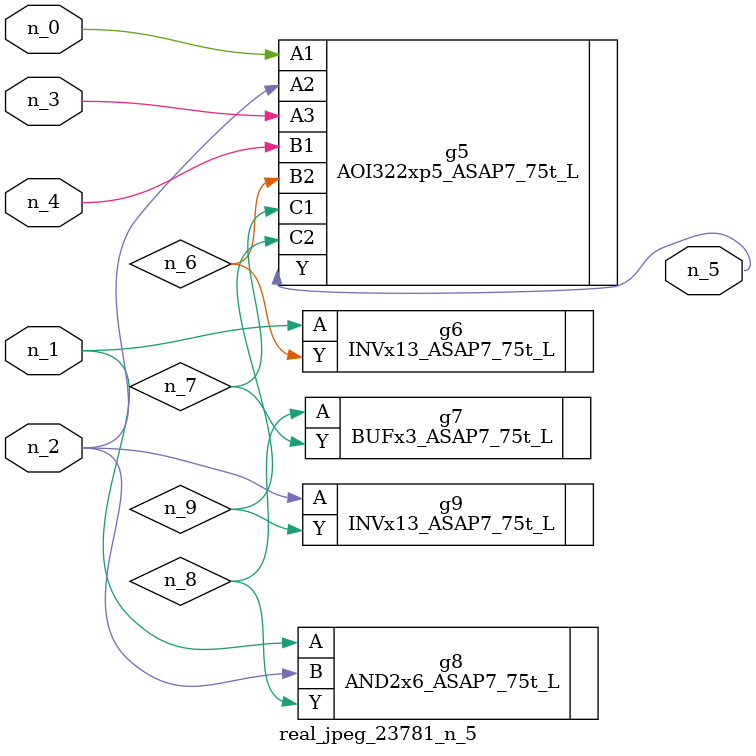
<source format=v>
module real_jpeg_23781_n_5 (n_4, n_0, n_1, n_2, n_3, n_5);

input n_4;
input n_0;
input n_1;
input n_2;
input n_3;

output n_5;

wire n_8;
wire n_6;
wire n_7;
wire n_9;

AOI322xp5_ASAP7_75t_L g5 ( 
.A1(n_0),
.A2(n_2),
.A3(n_3),
.B1(n_4),
.B2(n_6),
.C1(n_7),
.C2(n_9),
.Y(n_5)
);

INVx13_ASAP7_75t_L g6 ( 
.A(n_1),
.Y(n_6)
);

AND2x6_ASAP7_75t_L g8 ( 
.A(n_1),
.B(n_2),
.Y(n_8)
);

INVx13_ASAP7_75t_L g9 ( 
.A(n_2),
.Y(n_9)
);

BUFx3_ASAP7_75t_L g7 ( 
.A(n_8),
.Y(n_7)
);


endmodule
</source>
